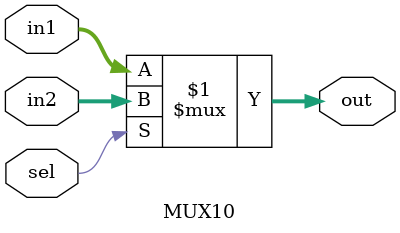
<source format=v>
module MUX10 (input[9:0] in1,in2,input sel , output [9:0] out);
	assign out = sel?in2:in1;
endmodule
</source>
